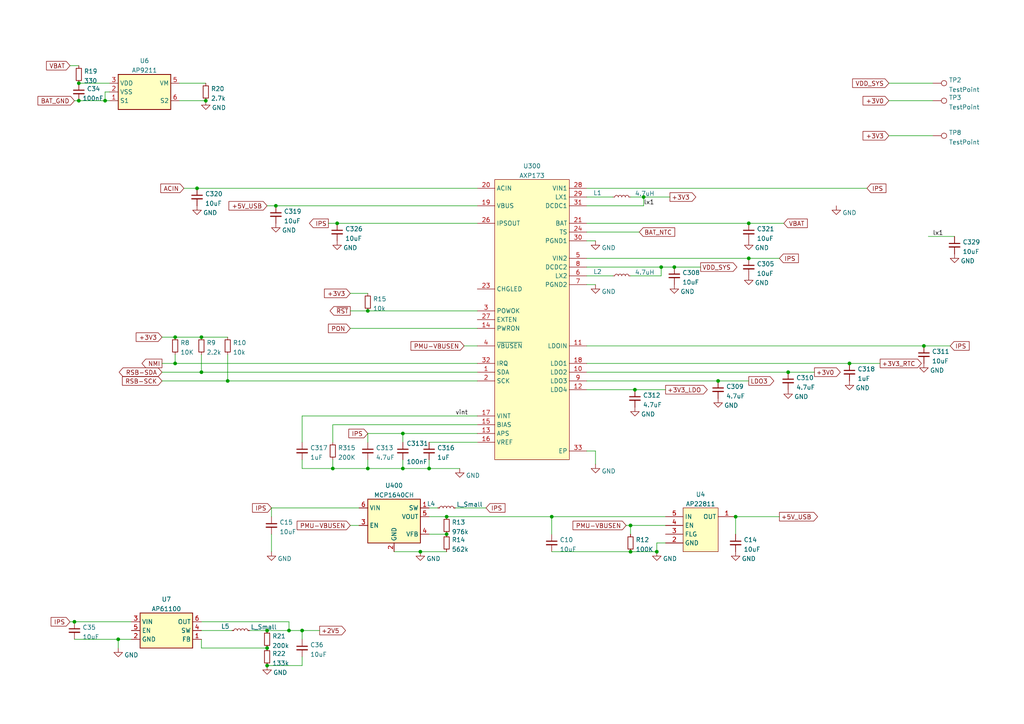
<source format=kicad_sch>
(kicad_sch (version 20210621) (generator eeschema)
  (paper "A4")
  (lib_symbols
    (symbol "Connector:TestPoint" (pin_numbers hide) (pin_names (offset 0.762) hide)
      (property "Reference" "TP" (at 0 6.858 0))
      (property "Value" "TestPoint" (at 0 5.08 0))
      (symbol "TestPoint_0_1"
        (circle (center 0 3.302) (radius 0.762))
      )
      (symbol "TestPoint_1_1"
        (pin passive line (at 0 0 90) (length 2.54) (name "1") (number "1"))
      )
    )
    (symbol "Device:C_Small" (pin_numbers hide) (pin_names (offset 0.254) hide)
      (property "Reference" "C" (at 0.254 1.778 0))
      (property "Value" "C_Small" (at 0.254 -2.032 0))
      (symbol "C_Small_0_1"
        (polyline (pts (xy -1.524 -0.508) (xy 1.524 -0.508)) (stroke (width 0.3302)))
        (polyline (pts (xy -1.524 0.508) (xy 1.524 0.508)) (stroke (width 0.3048)))
      )
      (symbol "C_Small_1_1"
        (pin passive line (at 0 2.54 270) (length 2.032) (name "~") (number "1"))
        (pin passive line (at 0 -2.54 90) (length 2.032) (name "~") (number "2"))
      )
    )
    (symbol "Device:L_Small" (pin_numbers hide) (pin_names (offset 0.254) hide)
      (property "Reference" "L" (at 0.762 1.016 0))
      (property "Value" "L_Small" (at 0.762 -1.016 0))
      (symbol "L_Small_0_1"
        (arc (start 0 -2.032) (mid 0.508 -1.524) (end 0 -1.016))
        (arc (start 0 -1.016) (mid 0.508 -0.508) (end 0 0))
        (arc (start 0 0) (mid 0.508 0.508) (end 0 1.016))
        (arc (start 0 1.016) (mid 0.508 1.524) (end 0 2.032))
      )
      (symbol "L_Small_1_1"
        (pin passive line (at 0 2.54 270) (length 0.508) (name "~") (number "1"))
        (pin passive line (at 0 -2.54 90) (length 0.508) (name "~") (number "2"))
      )
    )
    (symbol "Device:R_Small" (pin_numbers hide) (pin_names (offset 0.254) hide)
      (property "Reference" "R" (at 0.762 0.508 0))
      (property "Value" "R_Small" (at 0.762 -1.016 0))
      (symbol "R_Small_0_1"
        (rectangle (start -0.762 1.778) (end 0.762 -1.778) (stroke (width 0.2032)))
      )
      (symbol "R_Small_1_1"
        (pin passive line (at 0 2.54 270) (length 0.762) (name "~") (number "1"))
        (pin passive line (at 0 -2.54 90) (length 0.762) (name "~") (number "2"))
      )
    )
    (symbol "Regulator_Switching:MCP1640CH"
      (property "Reference" "U" (at -7.62 8.89 0))
      (property "Value" "MCP1640CH" (at -1.27 8.89 0))
      (symbol "MCP1640CH_0_1"
        (rectangle (start -7.62 7.62) (end 7.62 -5.08) (stroke (width 0.254)) (fill (type background)))
      )
      (symbol "MCP1640CH_1_1"
        (pin input line (at 10.16 5.08 180) (length 2.54) (name "SW") (number "1"))
        (pin power_in line (at 0 -7.62 90) (length 2.54) (name "GND") (number "2"))
        (pin input line (at -10.16 0 0) (length 2.54) (name "EN") (number "3"))
        (pin input line (at 10.16 -2.54 180) (length 2.54) (name "VFB") (number "4"))
        (pin power_out line (at 10.16 2.54 180) (length 2.54) (name "VOUT") (number "5"))
        (pin power_in line (at -10.16 5.08 0) (length 2.54) (name "VIN") (number "6"))
      )
    )
    (symbol "diodes:AP22811"
      (property "Reference" "U" (at -2.54 1.27 0))
      (property "Value" "AP22811" (at 5.08 1.27 0))
      (symbol "AP22811_0_1"
        (rectangle (start -5.08 0) (end 5.08 -12.7) (stroke (width 0.1524)) (fill (type background)))
      )
      (symbol "AP22811_1_1"
        (pin input line (at 10.16 -2.54 180) (length 5.08) (name "OUT") (number "1"))
        (pin input line (at -10.16 -10.16 0) (length 5.08) (name "GND") (number "2"))
        (pin input line (at -10.16 -7.62 0) (length 5.08) (name "FLG") (number "3"))
        (pin input line (at -10.16 -5.08 0) (length 5.08) (name "EN") (number "4"))
        (pin input line (at -10.16 -2.54 0) (length 5.08) (name "IN") (number "5"))
      )
    )
    (symbol "diodes:AP61100"
      (property "Reference" "U" (at -7.62 6.35 0))
      (property "Value" "AP61100" (at 5.08 6.35 0))
      (symbol "AP61100_0_1"
        (rectangle (start -7.62 5.08) (end 7.62 -5.08) (stroke (width 0.254)) (fill (type background)))
      )
      (symbol "AP61100_1_1"
        (pin input line (at 10.16 -2.54 180) (length 2.54) (name "FB") (number "1"))
        (pin power_in line (at -10.16 -2.54 0) (length 2.54) (name "GND") (number "2"))
        (pin power_in line (at -10.16 2.54 0) (length 2.54) (name "VIN") (number "3"))
        (pin power_out line (at 10.16 0 180) (length 2.54) (name "SW") (number "4"))
        (pin input line (at -10.16 0 0) (length 2.54) (name "EN") (number "5"))
        (pin input line (at 10.16 2.54 180) (length 2.54) (name "OUT") (number "6"))
      )
    )
    (symbol "diodes:AP9211"
      (property "Reference" "U" (at -7.62 6.35 0))
      (property "Value" "AP9211" (at 6.35 6.35 0))
      (symbol "AP9211_0_1"
        (rectangle (start -7.62 5.08) (end 7.62 -5.08) (stroke (width 0.254)) (fill (type background)))
      )
      (symbol "AP9211_1_1"
        (pin output line (at -10.16 -2.54 0) (length 2.54) (name "S1") (number "1"))
        (pin power_in line (at -10.16 0 0) (length 2.54) (name "VSS") (number "2"))
        (pin power_in line (at -10.16 2.54 0) (length 2.54) (name "VDD") (number "3"))
        (pin passive line (at 10.16 2.54 180) (length 2.54) (name "VM") (number "5"))
        (pin output line (at 10.16 -2.54 180) (length 2.54) (name "S2") (number "6"))
      )
    )
    (symbol "power:GND" (power) (pin_names (offset 0))
      (property "Value" "GND" (at 0 -3.81 0))
      (symbol "GND_0_1"
        (polyline (pts (xy 0 0) (xy 0 -1.27) (xy 1.27 -1.27) (xy 0 -2.54) (xy -1.27 -1.27) (xy 0 -1.27)))
      )
      (symbol "GND_1_1"
        (pin power_in line (at 0 0 270) (length 0) hide (name "GND") (number "1"))
      )
    )
    (symbol "xpowers:AXP173"
      (property "Reference" "U" (at -2.54 2.54 0))
      (property "Value" "AXP173" (at 3.81 2.54 0))
      (symbol "AXP173_0_1"
        (rectangle (start -10.16 0) (end 11.43 -81.28) (stroke (width 0.1524)) (fill (type background)))
      )
      (symbol "AXP173_1_0"
        (pin passive line (at -15.24 -55.88 0) (length 5.08) (name "SDA") (number "1"))
        (pin passive line (at 16.51 -55.88 180) (length 5.08) (name "LDO2") (number "10"))
        (pin passive line (at 16.51 -48.26 180) (length 5.08) (name "LDOIN") (number "11"))
        (pin passive line (at 16.51 -60.96 180) (length 5.08) (name "LDO4") (number "12"))
        (pin passive line (at -15.24 -73.66 0) (length 5.08) (name "APS") (number "13"))
        (pin passive line (at -15.24 -43.18 0) (length 5.08) (name "PWRON") (number "14"))
        (pin passive line (at -15.24 -71.12 0) (length 5.08) (name "BIAS") (number "15"))
        (pin passive line (at -15.24 -76.2 0) (length 5.08) (name "VREF") (number "16"))
        (pin passive line (at -15.24 -68.58 0) (length 5.08) (name "VINT") (number "17"))
        (pin passive line (at 16.51 -53.34 180) (length 5.08) (name "LDO1") (number "18"))
        (pin passive line (at -15.24 -7.62 0) (length 5.08) (name "VBUS") (number "19"))
        (pin passive line (at -15.24 -58.42 0) (length 5.08) (name "SCK") (number "2"))
        (pin passive line (at -15.24 -2.54 0) (length 5.08) (name "ACIN") (number "20"))
        (pin passive line (at 16.51 -12.7 180) (length 5.08) (name "BAT") (number "21"))
        (pin passive line (at 16.51 -12.7 180) (length 5.08) hide (name "BAT") (number "22"))
        (pin passive line (at -15.24 -31.75 0) (length 5.08) (name "CHGLED") (number "23"))
        (pin passive line (at 16.51 -15.24 180) (length 5.08) (name "TS") (number "24"))
        (pin passive line (at -15.24 -12.7 0) (length 5.08) hide (name "IPSOUT") (number "25"))
        (pin passive line (at -15.24 -12.7 0) (length 5.08) (name "IPSOUT") (number "26"))
        (pin passive line (at -15.24 -40.64 0) (length 5.08) (name "EXTEN") (number "27"))
        (pin passive line (at 16.51 -2.54 180) (length 5.08) (name "VIN1") (number "28"))
        (pin passive line (at 16.51 -5.08 180) (length 5.08) (name "LX1") (number "29"))
        (pin passive line (at -15.24 -38.1 0) (length 5.08) (name "POWOK") (number "3"))
        (pin passive line (at 16.51 -17.78 180) (length 5.08) (name "PGND1") (number "30"))
        (pin passive line (at 16.51 -7.62 180) (length 5.08) (name "DCDC1") (number "31"))
        (pin passive line (at -15.24 -53.34 0) (length 5.08) (name "IRQ") (number "32"))
        (pin passive line (at 16.51 -78.74 180) (length 5.08) (name "EP") (number "33"))
        (pin passive line (at -15.24 -48.26 0) (length 5.08) (name "~{VBUSEN}") (number "4"))
        (pin passive line (at 16.51 -22.86 180) (length 5.08) (name "VIN2") (number "5"))
        (pin passive line (at 16.51 -27.94 180) (length 5.08) (name "LX2") (number "6"))
        (pin passive line (at 16.51 -30.48 180) (length 5.08) (name "PGND2") (number "7"))
        (pin passive line (at 16.51 -25.4 180) (length 5.08) (name "DCDC2") (number "8"))
        (pin passive line (at 16.51 -58.42 180) (length 5.08) (name "LDO3") (number "9"))
      )
    )
  )
  (junction (at 21.59 180.34))
  (junction (at 22.86 24.13))
  (junction (at 22.86 29.21))
  (junction (at 30.48 29.21))
  (junction (at 34.29 185.42))
  (junction (at 50.8 97.79))
  (junction (at 50.8 105.41) (diameter 0.9144))
  (junction (at 57.15 54.61) (diameter 0.9144))
  (junction (at 58.42 97.79))
  (junction (at 58.42 107.95) (diameter 0.9144))
  (junction (at 59.69 29.21))
  (junction (at 66.04 110.49) (diameter 0.9144))
  (junction (at 77.47 182.88))
  (junction (at 77.47 187.96) (diameter 0.9144))
  (junction (at 77.47 193.04))
  (junction (at 80.01 59.69) (diameter 0.9144))
  (junction (at 83.82 182.88))
  (junction (at 87.63 182.88))
  (junction (at 96.52 135.89) (diameter 0.9144))
  (junction (at 97.79 64.77) (diameter 0.9144))
  (junction (at 106.68 90.17) (diameter 0.9144))
  (junction (at 106.68 135.89) (diameter 0.9144))
  (junction (at 116.84 125.73) (diameter 0.9144))
  (junction (at 116.84 135.89) (diameter 0.9144))
  (junction (at 121.92 160.02) (diameter 0.9144))
  (junction (at 124.46 135.89) (diameter 0.9144))
  (junction (at 129.54 149.86) (diameter 0.9144))
  (junction (at 129.54 154.94) (diameter 0.9144))
  (junction (at 160.02 149.86) (diameter 0.9144))
  (junction (at 182.88 152.4) (diameter 0.9144))
  (junction (at 182.88 160.02) (diameter 0.9144))
  (junction (at 184.15 113.03))
  (junction (at 186.69 57.15) (diameter 0.9144))
  (junction (at 190.5 160.02) (diameter 0.9144))
  (junction (at 191.77 77.47) (diameter 0.9144))
  (junction (at 195.58 77.47) (diameter 0.9144))
  (junction (at 208.28 110.49))
  (junction (at 213.36 149.86) (diameter 0.9144))
  (junction (at 217.17 64.77) (diameter 0.9144))
  (junction (at 217.17 74.93) (diameter 0.9144))
  (junction (at 228.6 107.95) (diameter 0.9144))
  (junction (at 246.38 105.41))
  (junction (at 267.97 100.33) (diameter 0.9144))
  (wire (pts (xy 20.32 19.05) (xy 22.86 19.05)))
  (wire (pts (xy 20.32 180.34) (xy 21.59 180.34)))
  (wire (pts (xy 21.59 29.21) (xy 22.86 29.21)))
  (wire (pts (xy 21.59 180.34) (xy 38.1 180.34)))
  (wire (pts (xy 21.59 185.42) (xy 34.29 185.42)))
  (wire (pts (xy 22.86 24.13) (xy 31.75 24.13)))
  (wire (pts (xy 22.86 29.21) (xy 30.48 29.21)))
  (wire (pts (xy 30.48 26.67) (xy 30.48 29.21)))
  (wire (pts (xy 30.48 29.21) (xy 31.75 29.21)))
  (wire (pts (xy 31.75 26.67) (xy 30.48 26.67)))
  (wire (pts (xy 34.29 185.42) (xy 34.29 187.96)))
  (wire (pts (xy 38.1 185.42) (xy 34.29 185.42)))
  (wire (pts (xy 46.99 97.79) (xy 50.8 97.79)))
  (wire (pts (xy 46.99 105.41) (xy 50.8 105.41)))
  (wire (pts (xy 46.99 107.95) (xy 58.42 107.95)))
  (wire (pts (xy 46.99 110.49) (xy 66.04 110.49)))
  (wire (pts (xy 50.8 97.79) (xy 58.42 97.79)))
  (wire (pts (xy 50.8 102.87) (xy 50.8 105.41)))
  (wire (pts (xy 50.8 105.41) (xy 138.43 105.41)))
  (wire (pts (xy 52.07 24.13) (xy 59.69 24.13)))
  (wire (pts (xy 52.07 29.21) (xy 59.69 29.21)))
  (wire (pts (xy 53.34 54.61) (xy 57.15 54.61)))
  (wire (pts (xy 57.15 54.61) (xy 138.43 54.61)))
  (wire (pts (xy 58.42 97.79) (xy 66.04 97.79)))
  (wire (pts (xy 58.42 102.87) (xy 58.42 107.95)))
  (wire (pts (xy 58.42 107.95) (xy 138.43 107.95)))
  (wire (pts (xy 58.42 180.34) (xy 83.82 180.34)))
  (wire (pts (xy 58.42 182.88) (xy 67.31 182.88)))
  (wire (pts (xy 58.42 187.96) (xy 58.42 185.42)))
  (wire (pts (xy 58.42 187.96) (xy 77.47 187.96)))
  (wire (pts (xy 66.04 102.87) (xy 66.04 110.49)))
  (wire (pts (xy 66.04 110.49) (xy 138.43 110.49)))
  (wire (pts (xy 72.39 182.88) (xy 77.47 182.88)))
  (wire (pts (xy 77.47 59.69) (xy 80.01 59.69)))
  (wire (pts (xy 78.74 147.32) (xy 78.74 149.86)))
  (wire (pts (xy 78.74 147.32) (xy 104.14 147.32)))
  (wire (pts (xy 78.74 154.94) (xy 78.74 160.02)))
  (wire (pts (xy 80.01 59.69) (xy 138.43 59.69)))
  (wire (pts (xy 83.82 180.34) (xy 83.82 182.88)))
  (wire (pts (xy 83.82 182.88) (xy 77.47 182.88)))
  (wire (pts (xy 83.82 182.88) (xy 87.63 182.88)))
  (wire (pts (xy 87.63 120.65) (xy 87.63 128.27)))
  (wire (pts (xy 87.63 133.35) (xy 87.63 135.89)))
  (wire (pts (xy 87.63 135.89) (xy 96.52 135.89)))
  (wire (pts (xy 87.63 182.88) (xy 92.71 182.88)))
  (wire (pts (xy 87.63 185.42) (xy 87.63 182.88)))
  (wire (pts (xy 87.63 190.5) (xy 87.63 193.04)))
  (wire (pts (xy 87.63 193.04) (xy 77.47 193.04)))
  (wire (pts (xy 95.25 64.77) (xy 97.79 64.77)))
  (wire (pts (xy 96.52 123.19) (xy 96.52 128.27)))
  (wire (pts (xy 96.52 133.35) (xy 96.52 135.89)))
  (wire (pts (xy 96.52 135.89) (xy 106.68 135.89)))
  (wire (pts (xy 97.79 64.77) (xy 138.43 64.77)))
  (wire (pts (xy 101.6 85.09) (xy 106.68 85.09)))
  (wire (pts (xy 101.6 90.17) (xy 106.68 90.17)))
  (wire (pts (xy 101.6 95.25) (xy 138.43 95.25)))
  (wire (pts (xy 101.6 152.4) (xy 104.14 152.4)))
  (wire (pts (xy 106.68 90.17) (xy 138.43 90.17)))
  (wire (pts (xy 106.68 125.73) (xy 116.84 125.73)))
  (wire (pts (xy 106.68 128.27) (xy 106.68 125.73)))
  (wire (pts (xy 106.68 133.35) (xy 106.68 135.89)))
  (wire (pts (xy 106.68 135.89) (xy 116.84 135.89)))
  (wire (pts (xy 114.3 160.02) (xy 121.92 160.02)))
  (wire (pts (xy 116.84 125.73) (xy 116.84 128.27)))
  (wire (pts (xy 116.84 125.73) (xy 138.43 125.73)))
  (wire (pts (xy 116.84 133.35) (xy 116.84 135.89)))
  (wire (pts (xy 116.84 135.89) (xy 124.46 135.89)))
  (wire (pts (xy 121.92 160.02) (xy 129.54 160.02)))
  (wire (pts (xy 124.46 128.27) (xy 138.43 128.27)))
  (wire (pts (xy 124.46 133.35) (xy 124.46 135.89)))
  (wire (pts (xy 124.46 135.89) (xy 133.35 135.89)))
  (wire (pts (xy 124.46 147.32) (xy 127 147.32)))
  (wire (pts (xy 124.46 149.86) (xy 129.54 149.86)))
  (wire (pts (xy 124.46 154.94) (xy 129.54 154.94)))
  (wire (pts (xy 129.54 149.86) (xy 160.02 149.86)))
  (wire (pts (xy 132.08 147.32) (xy 140.97 147.32)))
  (wire (pts (xy 134.62 100.33) (xy 138.43 100.33)))
  (wire (pts (xy 138.43 120.65) (xy 87.63 120.65)))
  (wire (pts (xy 138.43 123.19) (xy 96.52 123.19)))
  (wire (pts (xy 160.02 149.86) (xy 160.02 154.94)))
  (wire (pts (xy 160.02 149.86) (xy 193.04 149.86)))
  (wire (pts (xy 160.02 160.02) (xy 182.88 160.02)))
  (wire (pts (xy 170.18 54.61) (xy 251.46 54.61)))
  (wire (pts (xy 170.18 57.15) (xy 177.8 57.15)))
  (wire (pts (xy 170.18 59.69) (xy 186.69 59.69)))
  (wire (pts (xy 170.18 64.77) (xy 217.17 64.77)))
  (wire (pts (xy 170.18 67.31) (xy 185.42 67.31)))
  (wire (pts (xy 170.18 69.85) (xy 172.72 69.85)))
  (wire (pts (xy 170.18 74.93) (xy 217.17 74.93)))
  (wire (pts (xy 170.18 77.47) (xy 191.77 77.47)))
  (wire (pts (xy 170.18 80.01) (xy 177.8 80.01)))
  (wire (pts (xy 170.18 82.55) (xy 172.72 82.55)))
  (wire (pts (xy 170.18 100.33) (xy 267.97 100.33)))
  (wire (pts (xy 170.18 105.41) (xy 246.38 105.41)))
  (wire (pts (xy 170.18 107.95) (xy 228.6 107.95)))
  (wire (pts (xy 170.18 110.49) (xy 208.28 110.49)))
  (wire (pts (xy 170.18 113.03) (xy 184.15 113.03)))
  (wire (pts (xy 170.18 130.81) (xy 172.72 130.81)))
  (wire (pts (xy 172.72 130.81) (xy 172.72 134.62)))
  (wire (pts (xy 181.61 152.4) (xy 182.88 152.4)))
  (wire (pts (xy 182.88 152.4) (xy 182.88 154.94)))
  (wire (pts (xy 182.88 152.4) (xy 193.04 152.4)))
  (wire (pts (xy 182.88 160.02) (xy 190.5 160.02)))
  (wire (pts (xy 184.15 113.03) (xy 193.04 113.03)))
  (wire (pts (xy 186.69 57.15) (xy 182.88 57.15)))
  (wire (pts (xy 186.69 57.15) (xy 194.31 57.15)))
  (wire (pts (xy 186.69 59.69) (xy 186.69 57.15)))
  (wire (pts (xy 190.5 157.48) (xy 190.5 160.02)))
  (wire (pts (xy 191.77 77.47) (xy 191.77 80.01)))
  (wire (pts (xy 191.77 77.47) (xy 195.58 77.47)))
  (wire (pts (xy 191.77 80.01) (xy 182.88 80.01)))
  (wire (pts (xy 193.04 157.48) (xy 190.5 157.48)))
  (wire (pts (xy 195.58 77.47) (xy 203.2 77.47)))
  (wire (pts (xy 208.28 110.49) (xy 217.17 110.49)))
  (wire (pts (xy 213.36 149.86) (xy 213.36 154.94)))
  (wire (pts (xy 213.36 149.86) (xy 226.06 149.86)))
  (wire (pts (xy 217.17 64.77) (xy 227.33 64.77)))
  (wire (pts (xy 217.17 74.93) (xy 226.06 74.93)))
  (wire (pts (xy 228.6 107.95) (xy 236.22 107.95)))
  (wire (pts (xy 246.38 105.41) (xy 255.27 105.41)))
  (wire (pts (xy 257.81 24.13) (xy 270.51 24.13)))
  (wire (pts (xy 257.81 29.21) (xy 270.51 29.21)))
  (wire (pts (xy 257.81 39.37) (xy 270.51 39.37)))
  (wire (pts (xy 267.97 100.33) (xy 275.59 100.33)))
  (wire (pts (xy 269.24 68.58) (xy 276.86 68.58)))
  (label "vint" (at 132.08 120.65 0))
  (label "lx1" (at 186.69 59.69 0))
  (label "lx1" (at 270.51 68.58 0))
  (global_label "VBAT" (shape input) (at 20.32 19.05 180) (property "Intersheet References" "${INTERSHEET_REFS}" (effects hide)))
  (global_label "IPS" (shape input) (at 20.32 180.34 180) (property "Intersheet References" "${INTERSHEET_REFS}" (effects hide)))
  (global_label "BAT_GND" (shape input) (at 21.59 29.21 180) (property "Intersheet References" "${INTERSHEET_REFS}" (effects hide)))
  (global_label "+3V3" (shape input) (at 46.99 97.79 180) (property "Intersheet References" "${INTERSHEET_REFS}" (effects hide)))
  (global_label "NMI" (shape output) (at 46.99 105.41 180) (property "Intersheet References" "${INTERSHEET_REFS}" (effects hide)))
  (global_label "RSB-SDA" (shape bidirectional) (at 46.99 107.95 180) (property "Intersheet References" "${INTERSHEET_REFS}" (effects hide)))
  (global_label "RSB-SCK" (shape input) (at 46.99 110.49 180) (property "Intersheet References" "${INTERSHEET_REFS}" (effects hide)))
  (global_label "ACIN" (shape input) (at 53.34 54.61 180) (property "Intersheet References" "${INTERSHEET_REFS}" (effects hide)))
  (global_label "+5V_USB" (shape input) (at 77.47 59.69 180) (property "Intersheet References" "${INTERSHEET_REFS}" (effects hide)))
  (global_label "IPS" (shape input) (at 78.74 147.32 180) (property "Intersheet References" "${INTERSHEET_REFS}" (effects hide)))
  (global_label "+2V5" (shape output) (at 92.71 182.88 0) (property "Intersheet References" "${INTERSHEET_REFS}" (effects hide)))
  (global_label "IPS" (shape output) (at 95.25 64.77 180) (property "Intersheet References" "${INTERSHEET_REFS}" (effects hide)))
  (global_label "+3V3" (shape input) (at 101.6 85.09 180) (property "Intersheet References" "${INTERSHEET_REFS}" (effects hide)))
  (global_label "~{RST}" (shape output) (at 101.6 90.17 180) (property "Intersheet References" "${INTERSHEET_REFS}" (effects hide)))
  (global_label "PON" (shape input) (at 101.6 95.25 180) (property "Intersheet References" "${INTERSHEET_REFS}" (effects hide)))
  (global_label "PMU-VBUSEN" (shape input) (at 101.6 152.4 180) (property "Intersheet References" "${INTERSHEET_REFS}" (effects hide)))
  (global_label "IPS" (shape input) (at 106.68 125.73 180) (property "Intersheet References" "${INTERSHEET_REFS}" (effects hide)))
  (global_label "PMU-VBUSEN" (shape input) (at 134.62 100.33 180) (property "Intersheet References" "${INTERSHEET_REFS}" (effects hide)))
  (global_label "IPS" (shape input) (at 140.97 147.32 0) (property "Intersheet References" "${INTERSHEET_REFS}" (effects hide)))
  (global_label "PMU-VBUSEN" (shape input) (at 181.61 152.4 180) (property "Intersheet References" "${INTERSHEET_REFS}" (effects hide)))
  (global_label "BAT_NTC" (shape input) (at 185.42 67.31 0) (property "Intersheet References" "${INTERSHEET_REFS}" (effects hide)))
  (global_label "+3V3_LDO" (shape output) (at 193.04 113.03 0) (property "Intersheet References" "${INTERSHEET_REFS}" (effects hide)))
  (global_label "+3V3" (shape output) (at 194.31 57.15 0) (property "Intersheet References" "${INTERSHEET_REFS}" (effects hide)))
  (global_label "VDD_SYS" (shape output) (at 203.2 77.47 0) (property "Intersheet References" "${INTERSHEET_REFS}" (effects hide)))
  (global_label "LDO3" (shape output) (at 217.17 110.49 0) (property "Intersheet References" "${INTERSHEET_REFS}" (effects hide)))
  (global_label "IPS" (shape input) (at 226.06 74.93 0) (property "Intersheet References" "${INTERSHEET_REFS}" (effects hide)))
  (global_label "+5V_USB" (shape output) (at 226.06 149.86 0) (property "Intersheet References" "${INTERSHEET_REFS}" (effects hide)))
  (global_label "VBAT" (shape input) (at 227.33 64.77 0) (property "Intersheet References" "${INTERSHEET_REFS}" (effects hide)))
  (global_label "+3V0" (shape output) (at 236.22 107.95 0) (property "Intersheet References" "${INTERSHEET_REFS}" (effects hide)))
  (global_label "IPS" (shape input) (at 251.46 54.61 0) (property "Intersheet References" "${INTERSHEET_REFS}" (effects hide)))
  (global_label "+3V3_RTC" (shape output) (at 255.27 105.41 0) (property "Intersheet References" "${INTERSHEET_REFS}" (effects hide)))
  (global_label "VDD_SYS" (shape input) (at 257.81 24.13 180) (property "Intersheet References" "${INTERSHEET_REFS}" (effects hide)))
  (global_label "+3V0" (shape input) (at 257.81 29.21 180) (property "Intersheet References" "${INTERSHEET_REFS}" (effects hide)))
  (global_label "+3V3" (shape input) (at 257.81 39.37 180) (property "Intersheet References" "${INTERSHEET_REFS}" (effects hide)))
  (global_label "IPS" (shape input) (at 275.59 100.33 0) (property "Intersheet References" "${INTERSHEET_REFS}" (effects hide)))
  (symbol (lib_id "Device:L_Small") (at 69.85 182.88 90) (unit 1)
    (property "Reference" "L5" (at 65.3466 181.6805 90))
    (property "Value" "L_Small" (at 76.5014 181.8713 90))
    (property "Footprint" "Inductor_SMD:L_Wuerth_MAPI-2510" (effects hide))
  )
  (symbol (lib_id "Device:L_Small") (at 129.54 147.32 90) (unit 1)
    (property "Reference" "L4" (at 125.0366 146.1205 90))
    (property "Value" "L_Small" (at 136.1914 146.3113 90))
    (property "Footprint" "Inductor_SMD:L_Wuerth_MAPI-2510" (effects hide))
  )
  (symbol (lib_id "Device:L_Small") (at 180.34 57.15 90) (unit 1)
    (property "Reference" "L1" (at 173.2966 55.9505 90))
    (property "Value" "4.7uH" (at 186.9914 56.1413 90))
    (property "Footprint" "Inductor_SMD:L_Wuerth_MAPI-3015" (effects hide))
  )
  (symbol (lib_id "Device:L_Small") (at 180.34 80.01 90) (unit 1)
    (property "Reference" "L2" (at 173.2966 78.8105 90))
    (property "Value" "4.7uH" (at 186.9914 79.0013 90))
    (property "Footprint" "Inductor_SMD:L_Wuerth_MAPI-3015" (effects hide))
  )
  (symbol (lib_id "Connector:TestPoint") (at 270.51 24.13 270) (unit 1)
    (property "Reference" "TP2" (at 275.2091 23.2215 90) (effects (justify left)))
    (property "Value" "TestPoint" (at 275.2091 25.9966 90) (effects (justify left)))
    (property "Footprint" "TestPoint:TestPoint_Pad_D1.0mm" (effects hide))
  )
  (symbol (lib_id "Connector:TestPoint") (at 270.51 29.21 270) (unit 1)
    (property "Reference" "TP3" (at 275.2091 28.3015 90) (effects (justify left)))
    (property "Value" "TestPoint" (at 275.2091 31.0766 90) (effects (justify left)))
    (property "Footprint" "TestPoint:TestPoint_Pad_D1.0mm" (effects hide))
  )
  (symbol (lib_id "Connector:TestPoint") (at 270.51 39.37 270) (unit 1)
    (property "Reference" "TP8" (at 275.2091 38.4615 90) (effects (justify left)))
    (property "Value" "TestPoint" (at 275.2091 41.2366 90) (effects (justify left)))
    (property "Footprint" "TestPoint:TestPoint_Pad_D1.0mm" (effects hide))
  )
  (symbol (lib_id "power:GND") (at 34.29 187.96 0) (unit 1)
    (property "Reference" "#PWR0155" (effects hide))
    (property "Value" "GND" (at 38.1 189.9826 0))
  )
  (symbol (lib_id "power:GND") (at 57.15 59.69 0) (unit 1)
    (property "Reference" "#PWR0123" (effects hide))
    (property "Value" "GND" (at 60.96 61.7126 0))
  )
  (symbol (lib_id "power:GND") (at 59.69 29.21 0) (unit 1)
    (property "Reference" "#PWR0154" (effects hide))
    (property "Value" "GND" (at 63.5 31.2326 0))
  )
  (symbol (lib_id "power:GND") (at 77.47 193.04 0) (unit 1)
    (property "Reference" "#PWR0156" (effects hide))
    (property "Value" "GND" (at 81.28 195.0626 0))
  )
  (symbol (lib_id "power:GND") (at 78.74 160.02 0) (unit 1)
    (property "Reference" "#PWR0138" (effects hide))
    (property "Value" "GND" (at 82.55 162.0426 0))
  )
  (symbol (lib_id "power:GND") (at 80.01 64.77 0) (unit 1)
    (property "Reference" "#PWR0122" (effects hide))
    (property "Value" "GND" (at 83.82 66.7926 0))
  )
  (symbol (lib_id "power:GND") (at 97.79 69.85 0) (unit 1)
    (property "Reference" "#PWR0121" (effects hide))
    (property "Value" "GND" (at 101.6 71.8726 0))
  )
  (symbol (lib_id "power:GND") (at 121.92 160.02 0) (unit 1)
    (property "Reference" "#PWR0139" (effects hide))
    (property "Value" "GND" (at 125.73 162.0426 0))
  )
  (symbol (lib_id "power:GND") (at 133.35 135.89 0) (unit 1)
    (property "Reference" "#PWR0117" (effects hide))
    (property "Value" "GND" (at 137.16 137.9126 0))
  )
  (symbol (lib_id "power:GND") (at 172.72 69.85 0) (unit 1)
    (property "Reference" "#PWR0113" (effects hide))
    (property "Value" "GND" (at 176.53 71.8726 0))
  )
  (symbol (lib_id "power:GND") (at 172.72 82.55 0) (unit 1)
    (property "Reference" "#PWR0114" (effects hide))
    (property "Value" "GND" (at 176.53 84.5726 0))
  )
  (symbol (lib_id "power:GND") (at 172.72 134.62 0) (unit 1)
    (property "Reference" "#PWR0107" (effects hide))
    (property "Value" "GND" (at 176.53 136.6426 0))
  )
  (symbol (lib_id "power:GND") (at 184.15 118.11 0) (unit 1)
    (property "Reference" "#PWR0140" (effects hide))
    (property "Value" "GND" (at 187.96 120.1326 0))
  )
  (symbol (lib_id "power:GND") (at 190.5 160.02 0) (unit 1)
    (property "Reference" "#PWR0132" (effects hide))
    (property "Value" "GND" (at 194.31 162.0426 0))
  )
  (symbol (lib_id "power:GND") (at 195.58 82.55 0) (unit 1)
    (property "Reference" "#PWR0134" (effects hide))
    (property "Value" "GND" (at 199.39 84.5726 0))
  )
  (symbol (lib_id "power:GND") (at 208.28 115.57 0) (unit 1)
    (property "Reference" "#PWR0108" (effects hide))
    (property "Value" "GND" (at 212.09 117.5926 0))
  )
  (symbol (lib_id "power:GND") (at 213.36 160.02 0) (unit 1)
    (property "Reference" "#PWR0133" (effects hide))
    (property "Value" "GND" (at 217.17 162.0426 0))
  )
  (symbol (lib_id "power:GND") (at 217.17 69.85 0) (unit 1)
    (property "Reference" "#PWR0142" (effects hide))
    (property "Value" "GND" (at 220.98 71.8726 0))
  )
  (symbol (lib_id "power:GND") (at 217.17 80.01 0) (unit 1)
    (property "Reference" "#PWR0115" (effects hide))
    (property "Value" "GND" (at 220.98 82.0326 0))
  )
  (symbol (lib_id "power:GND") (at 228.6 113.03 0) (unit 1)
    (property "Reference" "#PWR0137" (effects hide))
    (property "Value" "GND" (at 232.41 115.0526 0))
  )
  (symbol (lib_id "power:GND") (at 242.57 59.69 0) (unit 1)
    (property "Reference" "#PWR0118" (effects hide))
    (property "Value" "GND" (at 246.38 61.7126 0))
  )
  (symbol (lib_id "power:GND") (at 246.38 110.49 0) (unit 1)
    (property "Reference" "#PWR0136" (effects hide))
    (property "Value" "GND" (at 250.19 112.5126 0))
  )
  (symbol (lib_id "power:GND") (at 267.97 105.41 0) (unit 1)
    (property "Reference" "#PWR0119" (effects hide))
    (property "Value" "GND" (at 271.78 107.4326 0))
  )
  (symbol (lib_id "power:GND") (at 276.86 73.66 0) (unit 1)
    (property "Reference" "#PWR0143" (effects hide))
    (property "Value" "GND" (at 280.67 75.6826 0))
  )
  (symbol (lib_id "Device:R_Small") (at 22.86 21.59 0) (unit 1)
    (property "Reference" "R19" (at 24.3587 20.6815 0) (effects (justify left)))
    (property "Value" "330" (at 24.3587 23.4566 0) (effects (justify left)))
    (property "Footprint" "Resistor_SMD:R_0402_1005Metric" (effects hide))
  )
  (symbol (lib_id "Device:R_Small") (at 50.8 100.33 0) (unit 1)
    (property "Reference" "R8" (at 52.2987 99.4215 0) (effects (justify left)))
    (property "Value" "10K" (at 52.2987 102.1966 0) (effects (justify left)))
    (property "Footprint" "Resistor_SMD:R_0402_1005Metric" (effects hide))
  )
  (symbol (lib_id "Device:R_Small") (at 58.42 100.33 0) (unit 1)
    (property "Reference" "R9" (at 59.9187 99.4215 0) (effects (justify left)))
    (property "Value" "2.2k" (at 59.9187 102.1966 0) (effects (justify left)))
    (property "Footprint" "Resistor_SMD:R_0402_1005Metric" (effects hide))
  )
  (symbol (lib_id "Device:R_Small") (at 59.69 26.67 0) (unit 1)
    (property "Reference" "R20" (at 61.1887 25.7615 0) (effects (justify left)))
    (property "Value" "2.7k" (at 61.1887 28.5366 0) (effects (justify left)))
    (property "Footprint" "Resistor_SMD:R_0402_1005Metric" (effects hide))
  )
  (symbol (lib_id "Device:R_Small") (at 66.04 100.33 0) (unit 1)
    (property "Reference" "R10" (at 67.5387 99.4215 0) (effects (justify left)))
    (property "Value" "10k" (at 67.5387 102.1966 0) (effects (justify left)))
    (property "Footprint" "Resistor_SMD:R_0402_1005Metric" (effects hide))
  )
  (symbol (lib_id "Device:R_Small") (at 77.47 185.42 0) (unit 1)
    (property "Reference" "R21" (at 78.9687 184.5115 0) (effects (justify left)))
    (property "Value" "200k" (at 78.9687 187.2866 0) (effects (justify left)))
    (property "Footprint" "Resistor_SMD:R_0402_1005Metric" (effects hide))
  )
  (symbol (lib_id "Device:R_Small") (at 77.47 190.5 0) (unit 1)
    (property "Reference" "R22" (at 78.9687 189.5915 0) (effects (justify left)))
    (property "Value" "133k" (at 78.9687 192.3666 0) (effects (justify left)))
    (property "Footprint" "Resistor_SMD:R_0402_1005Metric" (effects hide))
  )
  (symbol (lib_id "Device:R_Small") (at 96.52 130.81 0) (unit 1)
    (property "Reference" "R315" (at 98.0187 129.9015 0) (effects (justify left)))
    (property "Value" "200K" (at 98.0187 132.6766 0) (effects (justify left)))
    (property "Footprint" "Resistor_SMD:R_0402_1005Metric" (effects hide))
  )
  (symbol (lib_id "Device:R_Small") (at 106.68 87.63 0) (unit 1)
    (property "Reference" "R15" (at 108.1787 86.7215 0) (effects (justify left)))
    (property "Value" "10k" (at 108.1787 89.4966 0) (effects (justify left)))
    (property "Footprint" "Resistor_SMD:R_0402_1005Metric" (effects hide))
  )
  (symbol (lib_id "Device:R_Small") (at 129.54 152.4 0) (unit 1)
    (property "Reference" "R13" (at 131.0387 151.4915 0) (effects (justify left)))
    (property "Value" "976k" (at 131.0387 154.2666 0) (effects (justify left)))
    (property "Footprint" "Resistor_SMD:R_0402_1005Metric" (effects hide))
  )
  (symbol (lib_id "Device:R_Small") (at 129.54 157.48 0) (unit 1)
    (property "Reference" "R14" (at 131.0387 156.5715 0) (effects (justify left)))
    (property "Value" "562k" (at 131.0387 159.3466 0) (effects (justify left)))
    (property "Footprint" "Resistor_SMD:R_0402_1005Metric" (effects hide))
  )
  (symbol (lib_id "Device:R_Small") (at 182.88 157.48 0) (unit 1)
    (property "Reference" "R12" (at 184.3787 156.5715 0) (effects (justify left)))
    (property "Value" "100K" (at 184.3787 159.3466 0) (effects (justify left)))
    (property "Footprint" "Resistor_SMD:R_0402_1005Metric" (effects hide))
  )
  (symbol (lib_id "Device:C_Small") (at 21.59 182.88 0) (unit 1)
    (property "Reference" "C35" (at 23.9142 181.9715 0) (effects (justify left)))
    (property "Value" "10uF" (at 23.9142 184.7466 0) (effects (justify left)))
    (property "Footprint" "Capacitor_SMD:C_0805_2012Metric" (effects hide))
  )
  (symbol (lib_id "Device:C_Small") (at 22.86 26.67 0) (unit 1)
    (property "Reference" "C34" (at 25.1842 25.7615 0) (effects (justify left)))
    (property "Value" "100nF" (at 23.9142 28.5366 0) (effects (justify left)))
    (property "Footprint" "Capacitor_SMD:C_0402_1005Metric" (effects hide))
  )
  (symbol (lib_id "Device:C_Small") (at 57.15 57.15 0) (unit 1)
    (property "Reference" "C320" (at 59.4742 56.2415 0) (effects (justify left)))
    (property "Value" "10uF" (at 59.4742 59.0166 0) (effects (justify left)))
    (property "Footprint" "Capacitor_SMD:C_0805_2012Metric" (effects hide))
  )
  (symbol (lib_id "Device:C_Small") (at 78.74 152.4 0) (unit 1)
    (property "Reference" "C15" (at 81.0642 151.4915 0) (effects (justify left)))
    (property "Value" "10uF" (at 81.0642 154.2666 0) (effects (justify left)))
    (property "Footprint" "Capacitor_SMD:C_0805_2012Metric" (effects hide))
  )
  (symbol (lib_id "Device:C_Small") (at 80.01 62.23 0) (unit 1)
    (property "Reference" "C319" (at 82.3342 61.3215 0) (effects (justify left)))
    (property "Value" "10uF" (at 82.3342 64.0966 0) (effects (justify left)))
    (property "Footprint" "Capacitor_SMD:C_0805_2012Metric" (effects hide))
  )
  (symbol (lib_id "Device:C_Small") (at 87.63 130.81 0) (unit 1)
    (property "Reference" "C317" (at 89.9542 129.9015 0) (effects (justify left)))
    (property "Value" "1uF" (at 89.9542 132.6766 0) (effects (justify left)))
    (property "Footprint" "Capacitor_SMD:C_0402_1005Metric" (effects hide))
  )
  (symbol (lib_id "Device:C_Small") (at 87.63 187.96 0) (unit 1)
    (property "Reference" "C36" (at 89.9542 187.0515 0) (effects (justify left)))
    (property "Value" "10uF" (at 89.9542 189.8266 0) (effects (justify left)))
    (property "Footprint" "Capacitor_SMD:C_0805_2012Metric" (effects hide))
  )
  (symbol (lib_id "Device:C_Small") (at 97.79 67.31 0) (unit 1)
    (property "Reference" "C326" (at 100.1142 66.4015 0) (effects (justify left)))
    (property "Value" "10uF" (at 100.1142 69.1766 0) (effects (justify left)))
    (property "Footprint" "Capacitor_SMD:C_0805_2012Metric" (effects hide))
  )
  (symbol (lib_id "Device:C_Small") (at 106.68 130.81 0) (unit 1)
    (property "Reference" "C313" (at 109.0042 129.9015 0) (effects (justify left)))
    (property "Value" "4.7uF" (at 109.0042 132.6766 0) (effects (justify left)))
    (property "Footprint" "Capacitor_SMD:C_0603_1608Metric" (effects hide))
  )
  (symbol (lib_id "Device:C_Small") (at 116.84 130.81 0) (unit 1)
    (property "Reference" "C3131" (at 117.8942 128.6315 0) (effects (justify left)))
    (property "Value" "100nF" (at 117.8942 133.9466 0) (effects (justify left)))
    (property "Footprint" "Capacitor_SMD:C_0402_1005Metric" (effects hide))
  )
  (symbol (lib_id "Device:C_Small") (at 124.46 130.81 0) (unit 1)
    (property "Reference" "C316" (at 126.7842 129.9015 0) (effects (justify left)))
    (property "Value" "1uF" (at 126.7842 132.6766 0) (effects (justify left)))
    (property "Footprint" "Capacitor_SMD:C_0402_1005Metric" (effects hide))
  )
  (symbol (lib_id "Device:C_Small") (at 160.02 157.48 0) (unit 1)
    (property "Reference" "C10" (at 162.3442 156.5715 0) (effects (justify left)))
    (property "Value" "10uF" (at 162.3442 159.3466 0) (effects (justify left)))
    (property "Footprint" "Capacitor_SMD:C_0805_2012Metric" (effects hide))
  )
  (symbol (lib_id "Device:C_Small") (at 184.15 115.57 0) (unit 1)
    (property "Reference" "C312" (at 186.4742 114.6615 0) (effects (justify left)))
    (property "Value" "4.7uF" (at 186.4742 117.4366 0) (effects (justify left)))
    (property "Footprint" "Capacitor_SMD:C_0603_1608Metric" (effects hide))
  )
  (symbol (lib_id "Device:C_Small") (at 195.58 80.01 0) (unit 1)
    (property "Reference" "C308" (at 197.9042 79.1015 0) (effects (justify left)))
    (property "Value" "10uF" (at 197.9042 81.8766 0) (effects (justify left)))
    (property "Footprint" "Capacitor_SMD:C_0805_2012Metric" (effects hide))
  )
  (symbol (lib_id "Device:C_Small") (at 208.28 113.03 0) (unit 1)
    (property "Reference" "C309" (at 210.6042 112.1215 0) (effects (justify left)))
    (property "Value" "4.7uF" (at 210.6042 114.8966 0) (effects (justify left)))
    (property "Footprint" "Capacitor_SMD:C_0603_1608Metric" (effects hide))
  )
  (symbol (lib_id "Device:C_Small") (at 213.36 157.48 0) (unit 1)
    (property "Reference" "C14" (at 215.6842 156.5715 0) (effects (justify left)))
    (property "Value" "10uF" (at 215.6842 159.3466 0) (effects (justify left)))
    (property "Footprint" "Capacitor_SMD:C_0805_2012Metric" (effects hide))
  )
  (symbol (lib_id "Device:C_Small") (at 217.17 67.31 0) (unit 1)
    (property "Reference" "C321" (at 219.4942 66.4015 0) (effects (justify left)))
    (property "Value" "10uF" (at 219.4942 69.1766 0) (effects (justify left)))
    (property "Footprint" "Capacitor_SMD:C_0805_2012Metric" (effects hide))
  )
  (symbol (lib_id "Device:C_Small") (at 217.17 77.47 0) (unit 1)
    (property "Reference" "C305" (at 219.4942 76.5615 0) (effects (justify left)))
    (property "Value" "10uF" (at 219.4942 79.3366 0) (effects (justify left)))
    (property "Footprint" "Capacitor_SMD:C_0805_2012Metric" (effects hide))
  )
  (symbol (lib_id "Device:C_Small") (at 228.6 110.49 0) (unit 1)
    (property "Reference" "C310" (at 230.9242 109.5815 0) (effects (justify left)))
    (property "Value" "4.7uF" (at 230.9242 112.3566 0) (effects (justify left)))
    (property "Footprint" "Capacitor_SMD:C_0603_1608Metric" (effects hide))
  )
  (symbol (lib_id "Device:C_Small") (at 246.38 107.95 0) (unit 1)
    (property "Reference" "C318" (at 248.7042 107.0415 0) (effects (justify left)))
    (property "Value" "1uF" (at 248.7042 109.8166 0) (effects (justify left)))
    (property "Footprint" "Capacitor_SMD:C_0402_1005Metric" (effects hide))
  )
  (symbol (lib_id "Device:C_Small") (at 267.97 102.87 0) (unit 1)
    (property "Reference" "C311" (at 270.2942 101.9615 0) (effects (justify left)))
    (property "Value" "10uF" (at 270.2942 104.7366 0) (effects (justify left)))
    (property "Footprint" "Capacitor_SMD:C_0805_2012Metric" (effects hide))
  )
  (symbol (lib_id "Device:C_Small") (at 276.86 71.12 0) (unit 1)
    (property "Reference" "C329" (at 279.1842 70.2115 0) (effects (justify left)))
    (property "Value" "10uF" (at 279.1842 72.9866 0) (effects (justify left)))
    (property "Footprint" "Capacitor_SMD:C_0805_2012Metric" (effects hide))
  )
  (symbol (lib_id "diodes:AP9211") (at 41.91 26.67 0) (unit 1)
    (property "Reference" "U6" (at 41.91 17.6234 0))
    (property "Value" "AP9211" (at 41.91 20.3985 0))
    (property "Footprint" "diodes:DFN-2030-6" (effects hide))
  )
  (symbol (lib_id "diodes:AP61100") (at 48.26 182.88 0) (unit 1)
    (property "Reference" "U7" (at 48.26 173.8334 0))
    (property "Value" "AP61100" (at 48.26 176.6085 0))
    (property "Footprint" "Package_TO_SOT_SMD:SOT-563" (effects hide))
  )
  (symbol (lib_id "diodes:AP22811") (at 203.2 147.32 0) (unit 1)
    (property "Reference" "U4" (at 203.2 143.4042 0))
    (property "Value" "AP22811" (at 203.2 146.1793 0))
    (property "Footprint" "Package_TO_SOT_SMD:SOT-23-5" (effects hide))
  )
  (symbol (lib_id "Regulator_Switching:MCP1640CH") (at 114.3 152.4 0) (unit 1)
    (property "Reference" "U400" (at 114.3 140.8134 0))
    (property "Value" "MCP1640CH" (at 114.3 143.5885 0))
    (property "Footprint" "Package_TO_SOT_SMD:SOT-23-6" (effects hide))
    (property "Datasheet" "http://ww1.microchip.com/downloads/en/DeviceDoc/20002234D.pdf" (effects hide))
  )
  (symbol (lib_id "xpowers:AXP173") (at 153.67 52.07 0) (unit 1)
    (property "Reference" "U300" (at 154.305 48.1542 0))
    (property "Value" "AXP173" (at 154.305 50.9293 0))
    (property "Footprint" "Package_DFN_QFN:VQFN-32-1EP_5x5mm_P0.5mm_EP3.5x3.5mm_ThermalVias" (effects hide))
  )
)
</source>
